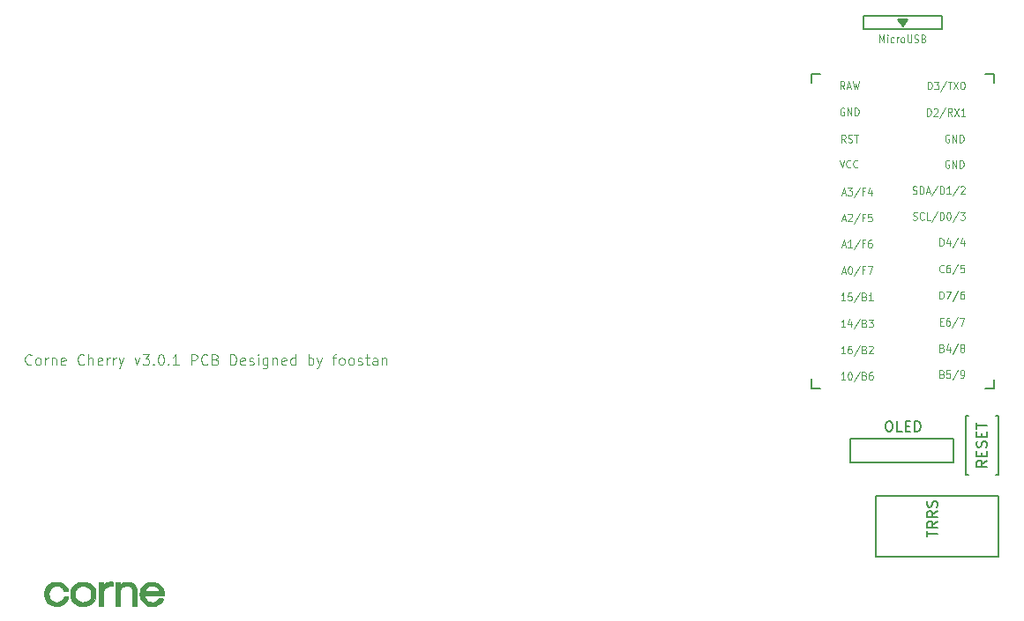
<source format=gto>
G04 #@! TF.GenerationSoftware,KiCad,Pcbnew,(5.1.10)-1*
G04 #@! TF.CreationDate,2021-11-26T09:54:24+07:00*
G04 #@! TF.ProjectId,corne-cherry,636f726e-652d-4636-9865-7272792e6b69,3.0.1*
G04 #@! TF.SameCoordinates,Original*
G04 #@! TF.FileFunction,Legend,Top*
G04 #@! TF.FilePolarity,Positive*
%FSLAX46Y46*%
G04 Gerber Fmt 4.6, Leading zero omitted, Abs format (unit mm)*
G04 Created by KiCad (PCBNEW (5.1.10)-1) date 2021-11-26 09:54:24*
%MOMM*%
%LPD*%
G01*
G04 APERTURE LIST*
%ADD10C,0.125000*%
%ADD11C,0.150000*%
%ADD12C,0.010000*%
%ADD13C,2.600000*%
%ADD14C,4.700000*%
%ADD15C,3.400000*%
%ADD16C,2.300000*%
%ADD17C,4.500000*%
%ADD18C,1.600000*%
G04 APERTURE END LIST*
D10*
X69588273Y-53861142D02*
X69540654Y-53908761D01*
X69397797Y-53956380D01*
X69302559Y-53956380D01*
X69159702Y-53908761D01*
X69064464Y-53813523D01*
X69016845Y-53718285D01*
X68969226Y-53527809D01*
X68969226Y-53384952D01*
X69016845Y-53194476D01*
X69064464Y-53099238D01*
X69159702Y-53004000D01*
X69302559Y-52956380D01*
X69397797Y-52956380D01*
X69540654Y-53004000D01*
X69588273Y-53051619D01*
X70159702Y-53956380D02*
X70064464Y-53908761D01*
X70016845Y-53861142D01*
X69969226Y-53765904D01*
X69969226Y-53480190D01*
X70016845Y-53384952D01*
X70064464Y-53337333D01*
X70159702Y-53289714D01*
X70302559Y-53289714D01*
X70397797Y-53337333D01*
X70445416Y-53384952D01*
X70493035Y-53480190D01*
X70493035Y-53765904D01*
X70445416Y-53861142D01*
X70397797Y-53908761D01*
X70302559Y-53956380D01*
X70159702Y-53956380D01*
X70921607Y-53956380D02*
X70921607Y-53289714D01*
X70921607Y-53480190D02*
X70969226Y-53384952D01*
X71016845Y-53337333D01*
X71112083Y-53289714D01*
X71207321Y-53289714D01*
X71540654Y-53289714D02*
X71540654Y-53956380D01*
X71540654Y-53384952D02*
X71588273Y-53337333D01*
X71683511Y-53289714D01*
X71826369Y-53289714D01*
X71921607Y-53337333D01*
X71969226Y-53432571D01*
X71969226Y-53956380D01*
X72826369Y-53908761D02*
X72731130Y-53956380D01*
X72540654Y-53956380D01*
X72445416Y-53908761D01*
X72397797Y-53813523D01*
X72397797Y-53432571D01*
X72445416Y-53337333D01*
X72540654Y-53289714D01*
X72731130Y-53289714D01*
X72826369Y-53337333D01*
X72873988Y-53432571D01*
X72873988Y-53527809D01*
X72397797Y-53623047D01*
X74635892Y-53861142D02*
X74588273Y-53908761D01*
X74445416Y-53956380D01*
X74350178Y-53956380D01*
X74207321Y-53908761D01*
X74112083Y-53813523D01*
X74064464Y-53718285D01*
X74016845Y-53527809D01*
X74016845Y-53384952D01*
X74064464Y-53194476D01*
X74112083Y-53099238D01*
X74207321Y-53004000D01*
X74350178Y-52956380D01*
X74445416Y-52956380D01*
X74588273Y-53004000D01*
X74635892Y-53051619D01*
X75064464Y-53956380D02*
X75064464Y-52956380D01*
X75493035Y-53956380D02*
X75493035Y-53432571D01*
X75445416Y-53337333D01*
X75350178Y-53289714D01*
X75207321Y-53289714D01*
X75112083Y-53337333D01*
X75064464Y-53384952D01*
X76350178Y-53908761D02*
X76254940Y-53956380D01*
X76064464Y-53956380D01*
X75969226Y-53908761D01*
X75921607Y-53813523D01*
X75921607Y-53432571D01*
X75969226Y-53337333D01*
X76064464Y-53289714D01*
X76254940Y-53289714D01*
X76350178Y-53337333D01*
X76397797Y-53432571D01*
X76397797Y-53527809D01*
X75921607Y-53623047D01*
X76826369Y-53956380D02*
X76826369Y-53289714D01*
X76826369Y-53480190D02*
X76873988Y-53384952D01*
X76921607Y-53337333D01*
X77016845Y-53289714D01*
X77112083Y-53289714D01*
X77445416Y-53956380D02*
X77445416Y-53289714D01*
X77445416Y-53480190D02*
X77493035Y-53384952D01*
X77540654Y-53337333D01*
X77635892Y-53289714D01*
X77731130Y-53289714D01*
X77969226Y-53289714D02*
X78207321Y-53956380D01*
X78445416Y-53289714D02*
X78207321Y-53956380D01*
X78112083Y-54194476D01*
X78064464Y-54242095D01*
X77969226Y-54289714D01*
X79493035Y-53289714D02*
X79731130Y-53956380D01*
X79969226Y-53289714D01*
X80254940Y-52956380D02*
X80873988Y-52956380D01*
X80540654Y-53337333D01*
X80683511Y-53337333D01*
X80778750Y-53384952D01*
X80826369Y-53432571D01*
X80873988Y-53527809D01*
X80873988Y-53765904D01*
X80826369Y-53861142D01*
X80778750Y-53908761D01*
X80683511Y-53956380D01*
X80397797Y-53956380D01*
X80302559Y-53908761D01*
X80254940Y-53861142D01*
X81302559Y-53861142D02*
X81350178Y-53908761D01*
X81302559Y-53956380D01*
X81254940Y-53908761D01*
X81302559Y-53861142D01*
X81302559Y-53956380D01*
X81969226Y-52956380D02*
X82064464Y-52956380D01*
X82159702Y-53004000D01*
X82207321Y-53051619D01*
X82254940Y-53146857D01*
X82302559Y-53337333D01*
X82302559Y-53575428D01*
X82254940Y-53765904D01*
X82207321Y-53861142D01*
X82159702Y-53908761D01*
X82064464Y-53956380D01*
X81969226Y-53956380D01*
X81873988Y-53908761D01*
X81826369Y-53861142D01*
X81778750Y-53765904D01*
X81731130Y-53575428D01*
X81731130Y-53337333D01*
X81778750Y-53146857D01*
X81826369Y-53051619D01*
X81873988Y-53004000D01*
X81969226Y-52956380D01*
X82731130Y-53861142D02*
X82778750Y-53908761D01*
X82731130Y-53956380D01*
X82683511Y-53908761D01*
X82731130Y-53861142D01*
X82731130Y-53956380D01*
X83731130Y-53956380D02*
X83159702Y-53956380D01*
X83445416Y-53956380D02*
X83445416Y-52956380D01*
X83350178Y-53099238D01*
X83254940Y-53194476D01*
X83159702Y-53242095D01*
X84921607Y-53956380D02*
X84921607Y-52956380D01*
X85302559Y-52956380D01*
X85397797Y-53004000D01*
X85445416Y-53051619D01*
X85493035Y-53146857D01*
X85493035Y-53289714D01*
X85445416Y-53384952D01*
X85397797Y-53432571D01*
X85302559Y-53480190D01*
X84921607Y-53480190D01*
X86493035Y-53861142D02*
X86445416Y-53908761D01*
X86302559Y-53956380D01*
X86207321Y-53956380D01*
X86064464Y-53908761D01*
X85969226Y-53813523D01*
X85921607Y-53718285D01*
X85873988Y-53527809D01*
X85873988Y-53384952D01*
X85921607Y-53194476D01*
X85969226Y-53099238D01*
X86064464Y-53004000D01*
X86207321Y-52956380D01*
X86302559Y-52956380D01*
X86445416Y-53004000D01*
X86493035Y-53051619D01*
X87254940Y-53432571D02*
X87397797Y-53480190D01*
X87445416Y-53527809D01*
X87493035Y-53623047D01*
X87493035Y-53765904D01*
X87445416Y-53861142D01*
X87397797Y-53908761D01*
X87302559Y-53956380D01*
X86921607Y-53956380D01*
X86921607Y-52956380D01*
X87254940Y-52956380D01*
X87350178Y-53004000D01*
X87397797Y-53051619D01*
X87445416Y-53146857D01*
X87445416Y-53242095D01*
X87397797Y-53337333D01*
X87350178Y-53384952D01*
X87254940Y-53432571D01*
X86921607Y-53432571D01*
X88683511Y-53956380D02*
X88683511Y-52956380D01*
X88921607Y-52956380D01*
X89064464Y-53004000D01*
X89159702Y-53099238D01*
X89207321Y-53194476D01*
X89254940Y-53384952D01*
X89254940Y-53527809D01*
X89207321Y-53718285D01*
X89159702Y-53813523D01*
X89064464Y-53908761D01*
X88921607Y-53956380D01*
X88683511Y-53956380D01*
X90064464Y-53908761D02*
X89969226Y-53956380D01*
X89778750Y-53956380D01*
X89683511Y-53908761D01*
X89635892Y-53813523D01*
X89635892Y-53432571D01*
X89683511Y-53337333D01*
X89778750Y-53289714D01*
X89969226Y-53289714D01*
X90064464Y-53337333D01*
X90112083Y-53432571D01*
X90112083Y-53527809D01*
X89635892Y-53623047D01*
X90493035Y-53908761D02*
X90588273Y-53956380D01*
X90778750Y-53956380D01*
X90873988Y-53908761D01*
X90921607Y-53813523D01*
X90921607Y-53765904D01*
X90873988Y-53670666D01*
X90778750Y-53623047D01*
X90635892Y-53623047D01*
X90540654Y-53575428D01*
X90493035Y-53480190D01*
X90493035Y-53432571D01*
X90540654Y-53337333D01*
X90635892Y-53289714D01*
X90778750Y-53289714D01*
X90873988Y-53337333D01*
X91350178Y-53956380D02*
X91350178Y-53289714D01*
X91350178Y-52956380D02*
X91302559Y-53004000D01*
X91350178Y-53051619D01*
X91397797Y-53004000D01*
X91350178Y-52956380D01*
X91350178Y-53051619D01*
X92254940Y-53289714D02*
X92254940Y-54099238D01*
X92207321Y-54194476D01*
X92159702Y-54242095D01*
X92064464Y-54289714D01*
X91921607Y-54289714D01*
X91826369Y-54242095D01*
X92254940Y-53908761D02*
X92159702Y-53956380D01*
X91969226Y-53956380D01*
X91873988Y-53908761D01*
X91826369Y-53861142D01*
X91778750Y-53765904D01*
X91778750Y-53480190D01*
X91826369Y-53384952D01*
X91873988Y-53337333D01*
X91969226Y-53289714D01*
X92159702Y-53289714D01*
X92254940Y-53337333D01*
X92731130Y-53289714D02*
X92731130Y-53956380D01*
X92731130Y-53384952D02*
X92778750Y-53337333D01*
X92873988Y-53289714D01*
X93016845Y-53289714D01*
X93112083Y-53337333D01*
X93159702Y-53432571D01*
X93159702Y-53956380D01*
X94016845Y-53908761D02*
X93921607Y-53956380D01*
X93731130Y-53956380D01*
X93635892Y-53908761D01*
X93588273Y-53813523D01*
X93588273Y-53432571D01*
X93635892Y-53337333D01*
X93731130Y-53289714D01*
X93921607Y-53289714D01*
X94016845Y-53337333D01*
X94064464Y-53432571D01*
X94064464Y-53527809D01*
X93588273Y-53623047D01*
X94921607Y-53956380D02*
X94921607Y-52956380D01*
X94921607Y-53908761D02*
X94826369Y-53956380D01*
X94635892Y-53956380D01*
X94540654Y-53908761D01*
X94493035Y-53861142D01*
X94445416Y-53765904D01*
X94445416Y-53480190D01*
X94493035Y-53384952D01*
X94540654Y-53337333D01*
X94635892Y-53289714D01*
X94826369Y-53289714D01*
X94921607Y-53337333D01*
X96159702Y-53956380D02*
X96159702Y-52956380D01*
X96159702Y-53337333D02*
X96254940Y-53289714D01*
X96445416Y-53289714D01*
X96540654Y-53337333D01*
X96588273Y-53384952D01*
X96635892Y-53480190D01*
X96635892Y-53765904D01*
X96588273Y-53861142D01*
X96540654Y-53908761D01*
X96445416Y-53956380D01*
X96254940Y-53956380D01*
X96159702Y-53908761D01*
X96969226Y-53289714D02*
X97207321Y-53956380D01*
X97445416Y-53289714D02*
X97207321Y-53956380D01*
X97112083Y-54194476D01*
X97064464Y-54242095D01*
X96969226Y-54289714D01*
X98445416Y-53289714D02*
X98826369Y-53289714D01*
X98588273Y-53956380D02*
X98588273Y-53099238D01*
X98635892Y-53004000D01*
X98731130Y-52956380D01*
X98826369Y-52956380D01*
X99302559Y-53956380D02*
X99207321Y-53908761D01*
X99159702Y-53861142D01*
X99112083Y-53765904D01*
X99112083Y-53480190D01*
X99159702Y-53384952D01*
X99207321Y-53337333D01*
X99302559Y-53289714D01*
X99445416Y-53289714D01*
X99540654Y-53337333D01*
X99588273Y-53384952D01*
X99635892Y-53480190D01*
X99635892Y-53765904D01*
X99588273Y-53861142D01*
X99540654Y-53908761D01*
X99445416Y-53956380D01*
X99302559Y-53956380D01*
X100207321Y-53956380D02*
X100112083Y-53908761D01*
X100064464Y-53861142D01*
X100016845Y-53765904D01*
X100016845Y-53480190D01*
X100064464Y-53384952D01*
X100112083Y-53337333D01*
X100207321Y-53289714D01*
X100350178Y-53289714D01*
X100445416Y-53337333D01*
X100493035Y-53384952D01*
X100540654Y-53480190D01*
X100540654Y-53765904D01*
X100493035Y-53861142D01*
X100445416Y-53908761D01*
X100350178Y-53956380D01*
X100207321Y-53956380D01*
X100921607Y-53908761D02*
X101016845Y-53956380D01*
X101207321Y-53956380D01*
X101302559Y-53908761D01*
X101350178Y-53813523D01*
X101350178Y-53765904D01*
X101302559Y-53670666D01*
X101207321Y-53623047D01*
X101064464Y-53623047D01*
X100969226Y-53575428D01*
X100921607Y-53480190D01*
X100921607Y-53432571D01*
X100969226Y-53337333D01*
X101064464Y-53289714D01*
X101207321Y-53289714D01*
X101302559Y-53337333D01*
X101635892Y-53289714D02*
X102016845Y-53289714D01*
X101778749Y-52956380D02*
X101778749Y-53813523D01*
X101826369Y-53908761D01*
X101921607Y-53956380D01*
X102016845Y-53956380D01*
X102778749Y-53956380D02*
X102778749Y-53432571D01*
X102731130Y-53337333D01*
X102635892Y-53289714D01*
X102445416Y-53289714D01*
X102350178Y-53337333D01*
X102778749Y-53908761D02*
X102683511Y-53956380D01*
X102445416Y-53956380D01*
X102350178Y-53908761D01*
X102302559Y-53813523D01*
X102302559Y-53718285D01*
X102350178Y-53623047D01*
X102445416Y-53575428D01*
X102683511Y-53575428D01*
X102778749Y-53527809D01*
X103254940Y-53289714D02*
X103254940Y-53956380D01*
X103254940Y-53384952D02*
X103302559Y-53337333D01*
X103397797Y-53289714D01*
X103540654Y-53289714D01*
X103635892Y-53337333D01*
X103683511Y-53432571D01*
X103683511Y-53956380D01*
D11*
X153077500Y-21194000D02*
X153377500Y-21194000D01*
X152977500Y-21044000D02*
X153477500Y-21044000D01*
X152877500Y-20894000D02*
X153577500Y-20894000D01*
X153227500Y-21394000D02*
X152727500Y-20744000D01*
X153727500Y-20744000D02*
X153227500Y-21394000D01*
X152727500Y-20744000D02*
X153727500Y-20744000D01*
X156977500Y-20394000D02*
X149477500Y-20394000D01*
X156977500Y-21694000D02*
X156977500Y-20394000D01*
X149477500Y-21694000D02*
X156977500Y-21694000D01*
X149477500Y-20394000D02*
X149477500Y-21694000D01*
X144477500Y-25994000D02*
X144477500Y-26844000D01*
X161977500Y-25994000D02*
X161977500Y-26844000D01*
X144477500Y-25994000D02*
X145327500Y-25994000D01*
X161977500Y-25994000D02*
X161177500Y-25994000D01*
X144477500Y-55294000D02*
X144477500Y-56194000D01*
X161977500Y-55344000D02*
X161977500Y-56194000D01*
X144477500Y-56194000D02*
X145327500Y-56194000D01*
X161977500Y-56194000D02*
X161117500Y-56194000D01*
X159239500Y-58855000D02*
X159239500Y-64555000D01*
X159239500Y-64555000D02*
X159489500Y-64555000D01*
X159239500Y-58855000D02*
X159489500Y-58855000D01*
X162439500Y-58855000D02*
X162189500Y-58855000D01*
X162439500Y-58855000D02*
X162439500Y-64555000D01*
X162439500Y-64555000D02*
X162189500Y-64555000D01*
X148213500Y-63352000D02*
X158113500Y-63352000D01*
X148213500Y-61052000D02*
X158113500Y-61052000D01*
X158113500Y-61052000D02*
X158113500Y-63352000D01*
X148213500Y-63352000D02*
X148213500Y-61052000D01*
X162399500Y-66566000D02*
X162399500Y-72366000D01*
X162399500Y-72366000D02*
X150649500Y-72366000D01*
X150649500Y-72366000D02*
X150649500Y-66566000D01*
X150649500Y-66566000D02*
X162399500Y-66566000D01*
D12*
G36*
X72242049Y-74839988D02*
G01*
X72356748Y-74866102D01*
X72577850Y-74956639D01*
X72769293Y-75083036D01*
X72926222Y-75240988D01*
X73043782Y-75426188D01*
X73078437Y-75506254D01*
X73112464Y-75599731D01*
X73124083Y-75658761D01*
X73106798Y-75691261D01*
X73054112Y-75705149D01*
X72959529Y-75708343D01*
X72912569Y-75708400D01*
X72698639Y-75708399D01*
X72667733Y-75614754D01*
X72601143Y-75488894D01*
X72494638Y-75377503D01*
X72358463Y-75287012D01*
X72202864Y-75223854D01*
X72038085Y-75194461D01*
X71996199Y-75193142D01*
X71813869Y-75215910D01*
X71643565Y-75280221D01*
X71494016Y-75380089D01*
X71373953Y-75509526D01*
X71292105Y-75662547D01*
X71285907Y-75680267D01*
X71252356Y-75838924D01*
X71246573Y-76014402D01*
X71267259Y-76188327D01*
X71313113Y-76342322D01*
X71336175Y-76390531D01*
X71441904Y-76541138D01*
X71576779Y-76653303D01*
X71724102Y-76724915D01*
X71902789Y-76767926D01*
X72082259Y-76767773D01*
X72254072Y-76727785D01*
X72409790Y-76651291D01*
X72540974Y-76541622D01*
X72639184Y-76402106D01*
X72660767Y-76355389D01*
X72707400Y-76241990D01*
X72916950Y-76241895D01*
X73019668Y-76242561D01*
X73081784Y-76246620D01*
X73113495Y-76256992D01*
X73124997Y-76276594D01*
X73126500Y-76301887D01*
X73110975Y-76376902D01*
X73069424Y-76476781D01*
X73009378Y-76588252D01*
X72938369Y-76698041D01*
X72863929Y-76792876D01*
X72825038Y-76833119D01*
X72645264Y-76968131D01*
X72436407Y-77068811D01*
X72209560Y-77131913D01*
X71975818Y-77154194D01*
X71780300Y-77138664D01*
X71587087Y-77087943D01*
X71399451Y-77004877D01*
X71229760Y-76896860D01*
X71090383Y-76771289D01*
X71023489Y-76686165D01*
X70942160Y-76551841D01*
X70886270Y-76426887D01*
X70851691Y-76296138D01*
X70834293Y-76144430D01*
X70829914Y-75975100D01*
X70831419Y-75834194D01*
X70837121Y-75730188D01*
X70848798Y-75649236D01*
X70868230Y-75577494D01*
X70887851Y-75524197D01*
X70993497Y-75324543D01*
X71139762Y-75148026D01*
X71318876Y-75002316D01*
X71523069Y-74895085D01*
X71526300Y-74893802D01*
X71682283Y-74849914D01*
X71866255Y-74825892D01*
X72059187Y-74822372D01*
X72242049Y-74839988D01*
G37*
X72242049Y-74839988D02*
X72356748Y-74866102D01*
X72577850Y-74956639D01*
X72769293Y-75083036D01*
X72926222Y-75240988D01*
X73043782Y-75426188D01*
X73078437Y-75506254D01*
X73112464Y-75599731D01*
X73124083Y-75658761D01*
X73106798Y-75691261D01*
X73054112Y-75705149D01*
X72959529Y-75708343D01*
X72912569Y-75708400D01*
X72698639Y-75708399D01*
X72667733Y-75614754D01*
X72601143Y-75488894D01*
X72494638Y-75377503D01*
X72358463Y-75287012D01*
X72202864Y-75223854D01*
X72038085Y-75194461D01*
X71996199Y-75193142D01*
X71813869Y-75215910D01*
X71643565Y-75280221D01*
X71494016Y-75380089D01*
X71373953Y-75509526D01*
X71292105Y-75662547D01*
X71285907Y-75680267D01*
X71252356Y-75838924D01*
X71246573Y-76014402D01*
X71267259Y-76188327D01*
X71313113Y-76342322D01*
X71336175Y-76390531D01*
X71441904Y-76541138D01*
X71576779Y-76653303D01*
X71724102Y-76724915D01*
X71902789Y-76767926D01*
X72082259Y-76767773D01*
X72254072Y-76727785D01*
X72409790Y-76651291D01*
X72540974Y-76541622D01*
X72639184Y-76402106D01*
X72660767Y-76355389D01*
X72707400Y-76241990D01*
X72916950Y-76241895D01*
X73019668Y-76242561D01*
X73081784Y-76246620D01*
X73113495Y-76256992D01*
X73124997Y-76276594D01*
X73126500Y-76301887D01*
X73110975Y-76376902D01*
X73069424Y-76476781D01*
X73009378Y-76588252D01*
X72938369Y-76698041D01*
X72863929Y-76792876D01*
X72825038Y-76833119D01*
X72645264Y-76968131D01*
X72436407Y-77068811D01*
X72209560Y-77131913D01*
X71975818Y-77154194D01*
X71780300Y-77138664D01*
X71587087Y-77087943D01*
X71399451Y-77004877D01*
X71229760Y-76896860D01*
X71090383Y-76771289D01*
X71023489Y-76686165D01*
X70942160Y-76551841D01*
X70886270Y-76426887D01*
X70851691Y-76296138D01*
X70834293Y-76144430D01*
X70829914Y-75975100D01*
X70831419Y-75834194D01*
X70837121Y-75730188D01*
X70848798Y-75649236D01*
X70868230Y-75577494D01*
X70887851Y-75524197D01*
X70993497Y-75324543D01*
X71139762Y-75148026D01*
X71318876Y-75002316D01*
X71523069Y-74895085D01*
X71526300Y-74893802D01*
X71682283Y-74849914D01*
X71866255Y-74825892D01*
X72059187Y-74822372D01*
X72242049Y-74839988D01*
G36*
X74624986Y-74825840D02*
G01*
X74878440Y-74861111D01*
X75106525Y-74937807D01*
X75306175Y-75053865D01*
X75474325Y-75207222D01*
X75607908Y-75395816D01*
X75672456Y-75530600D01*
X75704018Y-75644705D01*
X75724285Y-75792371D01*
X75733030Y-75957580D01*
X75730025Y-76124313D01*
X75715043Y-76276551D01*
X75687856Y-76398275D01*
X75684905Y-76406900D01*
X75588519Y-76604172D01*
X75449275Y-76780574D01*
X75272679Y-76930769D01*
X75064241Y-77049421D01*
X74989340Y-77080770D01*
X74857321Y-77117019D01*
X74694335Y-77140467D01*
X74518781Y-77150287D01*
X74349060Y-77145650D01*
X74203574Y-77125729D01*
X74170753Y-77117599D01*
X73956853Y-77035401D01*
X73762121Y-76917093D01*
X73595155Y-76769635D01*
X73464556Y-76599986D01*
X73413682Y-76504895D01*
X73375337Y-76402102D01*
X73341151Y-76277876D01*
X73321099Y-76174628D01*
X73313748Y-76033224D01*
X73738074Y-76033224D01*
X73752409Y-76180866D01*
X73772541Y-76262207D01*
X73825794Y-76374941D01*
X73906195Y-76490333D01*
X74000178Y-76591702D01*
X74094174Y-76662365D01*
X74100958Y-76666020D01*
X74297698Y-76742118D01*
X74502689Y-76772463D01*
X74706104Y-76756243D01*
X74818664Y-76725468D01*
X74995944Y-76638347D01*
X75140410Y-76514677D01*
X75247587Y-76358341D01*
X75252020Y-76349466D01*
X75305010Y-76193401D01*
X75326993Y-76016298D01*
X75317639Y-75837017D01*
X75276621Y-75674421D01*
X75264289Y-75644900D01*
X75166958Y-75485906D01*
X75039261Y-75361092D01*
X74888564Y-75270623D01*
X74722236Y-75214666D01*
X74547642Y-75193386D01*
X74372149Y-75206949D01*
X74203124Y-75255522D01*
X74047934Y-75339270D01*
X73913945Y-75458360D01*
X73808965Y-75612101D01*
X73767419Y-75729807D01*
X73743433Y-75876526D01*
X73738074Y-76033224D01*
X73313748Y-76033224D01*
X73308238Y-75927236D01*
X73340650Y-75692693D01*
X73415850Y-75476052D01*
X73531357Y-75282365D01*
X73684687Y-75116687D01*
X73873360Y-74984069D01*
X73917419Y-74960803D01*
X74091705Y-74886053D01*
X74263030Y-74841281D01*
X74448905Y-74823147D01*
X74624986Y-74825840D01*
G37*
X74624986Y-74825840D02*
X74878440Y-74861111D01*
X75106525Y-74937807D01*
X75306175Y-75053865D01*
X75474325Y-75207222D01*
X75607908Y-75395816D01*
X75672456Y-75530600D01*
X75704018Y-75644705D01*
X75724285Y-75792371D01*
X75733030Y-75957580D01*
X75730025Y-76124313D01*
X75715043Y-76276551D01*
X75687856Y-76398275D01*
X75684905Y-76406900D01*
X75588519Y-76604172D01*
X75449275Y-76780574D01*
X75272679Y-76930769D01*
X75064241Y-77049421D01*
X74989340Y-77080770D01*
X74857321Y-77117019D01*
X74694335Y-77140467D01*
X74518781Y-77150287D01*
X74349060Y-77145650D01*
X74203574Y-77125729D01*
X74170753Y-77117599D01*
X73956853Y-77035401D01*
X73762121Y-76917093D01*
X73595155Y-76769635D01*
X73464556Y-76599986D01*
X73413682Y-76504895D01*
X73375337Y-76402102D01*
X73341151Y-76277876D01*
X73321099Y-76174628D01*
X73313748Y-76033224D01*
X73738074Y-76033224D01*
X73752409Y-76180866D01*
X73772541Y-76262207D01*
X73825794Y-76374941D01*
X73906195Y-76490333D01*
X74000178Y-76591702D01*
X74094174Y-76662365D01*
X74100958Y-76666020D01*
X74297698Y-76742118D01*
X74502689Y-76772463D01*
X74706104Y-76756243D01*
X74818664Y-76725468D01*
X74995944Y-76638347D01*
X75140410Y-76514677D01*
X75247587Y-76358341D01*
X75252020Y-76349466D01*
X75305010Y-76193401D01*
X75326993Y-76016298D01*
X75317639Y-75837017D01*
X75276621Y-75674421D01*
X75264289Y-75644900D01*
X75166958Y-75485906D01*
X75039261Y-75361092D01*
X74888564Y-75270623D01*
X74722236Y-75214666D01*
X74547642Y-75193386D01*
X74372149Y-75206949D01*
X74203124Y-75255522D01*
X74047934Y-75339270D01*
X73913945Y-75458360D01*
X73808965Y-75612101D01*
X73767419Y-75729807D01*
X73743433Y-75876526D01*
X73738074Y-76033224D01*
X73313748Y-76033224D01*
X73308238Y-75927236D01*
X73340650Y-75692693D01*
X73415850Y-75476052D01*
X73531357Y-75282365D01*
X73684687Y-75116687D01*
X73873360Y-74984069D01*
X73917419Y-74960803D01*
X74091705Y-74886053D01*
X74263030Y-74841281D01*
X74448905Y-74823147D01*
X74624986Y-74825840D01*
G36*
X81416530Y-74842406D02*
G01*
X81638894Y-74908705D01*
X81837133Y-75014213D01*
X82007079Y-75154847D01*
X82144559Y-75326524D01*
X82245404Y-75525162D01*
X82305443Y-75746678D01*
X82321300Y-75942336D01*
X82321300Y-76089400D01*
X80416300Y-76089400D01*
X80416300Y-76162498D01*
X80439217Y-76285649D01*
X80502655Y-76413172D01*
X80598643Y-76534298D01*
X80719211Y-76638256D01*
X80808388Y-76692239D01*
X80944242Y-76743647D01*
X81104904Y-76768683D01*
X81117872Y-76769596D01*
X81300129Y-76767127D01*
X81453803Y-76730329D01*
X81591495Y-76654614D01*
X81706193Y-76555419D01*
X81842013Y-76419600D01*
X82045268Y-76419600D01*
X82145811Y-76420246D01*
X82205033Y-76424122D01*
X82232410Y-76434133D01*
X82237419Y-76453182D01*
X82231730Y-76476750D01*
X82193417Y-76562398D01*
X82128499Y-76665086D01*
X82048774Y-76768606D01*
X81966044Y-76856746D01*
X81935857Y-76883173D01*
X81736990Y-77012773D01*
X81514302Y-77102237D01*
X81277596Y-77149509D01*
X81036673Y-77152535D01*
X80825357Y-77116004D01*
X80604245Y-77031879D01*
X80409425Y-76908023D01*
X80245825Y-76749554D01*
X80118374Y-76561590D01*
X80032001Y-76349249D01*
X80012844Y-76272299D01*
X79982308Y-76022242D01*
X79996041Y-75782661D01*
X80008222Y-75733800D01*
X80417557Y-75733800D01*
X81140828Y-75733800D01*
X81353414Y-75733528D01*
X81520499Y-75732521D01*
X81647379Y-75730494D01*
X81739351Y-75727158D01*
X81801712Y-75722229D01*
X81839759Y-75715420D01*
X81858788Y-75706444D01*
X81864097Y-75695014D01*
X81864100Y-75694688D01*
X81843723Y-75612758D01*
X81789025Y-75517173D01*
X81709652Y-75419722D01*
X81615248Y-75332195D01*
X81515461Y-75266383D01*
X81512403Y-75264826D01*
X81373347Y-75217277D01*
X81209233Y-75196014D01*
X81038428Y-75200960D01*
X80879298Y-75232039D01*
X80787560Y-75267844D01*
X80641026Y-75369486D01*
X80522149Y-75510797D01*
X80441765Y-75670127D01*
X80417557Y-75733800D01*
X80008222Y-75733800D01*
X80051867Y-75558735D01*
X80147606Y-75355643D01*
X80281079Y-75178563D01*
X80450108Y-75032672D01*
X80562999Y-74964689D01*
X80757603Y-74880746D01*
X80954926Y-74833901D01*
X81174213Y-74819400D01*
X81416530Y-74842406D01*
G37*
X81416530Y-74842406D02*
X81638894Y-74908705D01*
X81837133Y-75014213D01*
X82007079Y-75154847D01*
X82144559Y-75326524D01*
X82245404Y-75525162D01*
X82305443Y-75746678D01*
X82321300Y-75942336D01*
X82321300Y-76089400D01*
X80416300Y-76089400D01*
X80416300Y-76162498D01*
X80439217Y-76285649D01*
X80502655Y-76413172D01*
X80598643Y-76534298D01*
X80719211Y-76638256D01*
X80808388Y-76692239D01*
X80944242Y-76743647D01*
X81104904Y-76768683D01*
X81117872Y-76769596D01*
X81300129Y-76767127D01*
X81453803Y-76730329D01*
X81591495Y-76654614D01*
X81706193Y-76555419D01*
X81842013Y-76419600D01*
X82045268Y-76419600D01*
X82145811Y-76420246D01*
X82205033Y-76424122D01*
X82232410Y-76434133D01*
X82237419Y-76453182D01*
X82231730Y-76476750D01*
X82193417Y-76562398D01*
X82128499Y-76665086D01*
X82048774Y-76768606D01*
X81966044Y-76856746D01*
X81935857Y-76883173D01*
X81736990Y-77012773D01*
X81514302Y-77102237D01*
X81277596Y-77149509D01*
X81036673Y-77152535D01*
X80825357Y-77116004D01*
X80604245Y-77031879D01*
X80409425Y-76908023D01*
X80245825Y-76749554D01*
X80118374Y-76561590D01*
X80032001Y-76349249D01*
X80012844Y-76272299D01*
X79982308Y-76022242D01*
X79996041Y-75782661D01*
X80008222Y-75733800D01*
X80417557Y-75733800D01*
X81140828Y-75733800D01*
X81353414Y-75733528D01*
X81520499Y-75732521D01*
X81647379Y-75730494D01*
X81739351Y-75727158D01*
X81801712Y-75722229D01*
X81839759Y-75715420D01*
X81858788Y-75706444D01*
X81864097Y-75695014D01*
X81864100Y-75694688D01*
X81843723Y-75612758D01*
X81789025Y-75517173D01*
X81709652Y-75419722D01*
X81615248Y-75332195D01*
X81515461Y-75266383D01*
X81512403Y-75264826D01*
X81373347Y-75217277D01*
X81209233Y-75196014D01*
X81038428Y-75200960D01*
X80879298Y-75232039D01*
X80787560Y-75267844D01*
X80641026Y-75369486D01*
X80522149Y-75510797D01*
X80441765Y-75670127D01*
X80417557Y-75733800D01*
X80008222Y-75733800D01*
X80051867Y-75558735D01*
X80147606Y-75355643D01*
X80281079Y-75178563D01*
X80450108Y-75032672D01*
X80562999Y-74964689D01*
X80757603Y-74880746D01*
X80954926Y-74833901D01*
X81174213Y-74819400D01*
X81416530Y-74842406D01*
G36*
X77222237Y-74809436D02*
G01*
X77368300Y-74825961D01*
X77368300Y-75196729D01*
X77234950Y-75183068D01*
X77050851Y-75188139D01*
X76881452Y-75239922D01*
X76732881Y-75335056D01*
X76611266Y-75470179D01*
X76562389Y-75551869D01*
X76479300Y-75712838D01*
X76479300Y-77105400D01*
X76047500Y-77105400D01*
X76047500Y-74842745D01*
X76257050Y-74850122D01*
X76466600Y-74857500D01*
X76492000Y-75079358D01*
X76542769Y-75022946D01*
X76660946Y-74926357D01*
X76812798Y-74855267D01*
X76986042Y-74813536D01*
X77168390Y-74805025D01*
X77222237Y-74809436D01*
G37*
X77222237Y-74809436D02*
X77368300Y-74825961D01*
X77368300Y-75196729D01*
X77234950Y-75183068D01*
X77050851Y-75188139D01*
X76881452Y-75239922D01*
X76732881Y-75335056D01*
X76611266Y-75470179D01*
X76562389Y-75551869D01*
X76479300Y-75712838D01*
X76479300Y-77105400D01*
X76047500Y-77105400D01*
X76047500Y-74842745D01*
X76257050Y-74850122D01*
X76466600Y-74857500D01*
X76492000Y-75079358D01*
X76542769Y-75022946D01*
X76660946Y-74926357D01*
X76812798Y-74855267D01*
X76986042Y-74813536D01*
X77168390Y-74805025D01*
X77222237Y-74809436D01*
G36*
X78884491Y-74832791D02*
G01*
X78978575Y-74836451D01*
X79048990Y-74845455D01*
X79109301Y-74862181D01*
X79173070Y-74889005D01*
X79227251Y-74915171D01*
X79398298Y-75023513D01*
X79531548Y-75162673D01*
X79628879Y-75335378D01*
X79692168Y-75544354D01*
X79703575Y-75606800D01*
X79710864Y-75677770D01*
X79717403Y-75790525D01*
X79722903Y-75936049D01*
X79727074Y-76105330D01*
X79729627Y-76289353D01*
X79730308Y-76438650D01*
X79730500Y-77105400D01*
X79298700Y-77105400D01*
X79298700Y-76386110D01*
X79298093Y-76157457D01*
X79296100Y-75973758D01*
X79292463Y-75829177D01*
X79286922Y-75717882D01*
X79279219Y-75634037D01*
X79269095Y-75571809D01*
X79261197Y-75540534D01*
X79196437Y-75402307D01*
X79095530Y-75299106D01*
X78960103Y-75231984D01*
X78791780Y-75201999D01*
X78737312Y-75200400D01*
X78574841Y-75210817D01*
X78444862Y-75245694D01*
X78332764Y-75310472D01*
X78252860Y-75380726D01*
X78198673Y-75437731D01*
X78155291Y-75493501D01*
X78121523Y-75554365D01*
X78096179Y-75626652D01*
X78078067Y-75716689D01*
X78065996Y-75830805D01*
X78058777Y-75975327D01*
X78055217Y-76156585D01*
X78054126Y-76380907D01*
X78054100Y-76436910D01*
X78054100Y-77105400D01*
X77622300Y-77105400D01*
X77622300Y-74844800D01*
X78054100Y-74844800D01*
X78054100Y-75102707D01*
X78136364Y-75020442D01*
X78222752Y-74944836D01*
X78313455Y-74891569D01*
X78419478Y-74857282D01*
X78551824Y-74838616D01*
X78721495Y-74832211D01*
X78753174Y-74832100D01*
X78884491Y-74832791D01*
G37*
X78884491Y-74832791D02*
X78978575Y-74836451D01*
X79048990Y-74845455D01*
X79109301Y-74862181D01*
X79173070Y-74889005D01*
X79227251Y-74915171D01*
X79398298Y-75023513D01*
X79531548Y-75162673D01*
X79628879Y-75335378D01*
X79692168Y-75544354D01*
X79703575Y-75606800D01*
X79710864Y-75677770D01*
X79717403Y-75790525D01*
X79722903Y-75936049D01*
X79727074Y-76105330D01*
X79729627Y-76289353D01*
X79730308Y-76438650D01*
X79730500Y-77105400D01*
X79298700Y-77105400D01*
X79298700Y-76386110D01*
X79298093Y-76157457D01*
X79296100Y-75973758D01*
X79292463Y-75829177D01*
X79286922Y-75717882D01*
X79279219Y-75634037D01*
X79269095Y-75571809D01*
X79261197Y-75540534D01*
X79196437Y-75402307D01*
X79095530Y-75299106D01*
X78960103Y-75231984D01*
X78791780Y-75201999D01*
X78737312Y-75200400D01*
X78574841Y-75210817D01*
X78444862Y-75245694D01*
X78332764Y-75310472D01*
X78252860Y-75380726D01*
X78198673Y-75437731D01*
X78155291Y-75493501D01*
X78121523Y-75554365D01*
X78096179Y-75626652D01*
X78078067Y-75716689D01*
X78065996Y-75830805D01*
X78058777Y-75975327D01*
X78055217Y-76156585D01*
X78054126Y-76380907D01*
X78054100Y-76436910D01*
X78054100Y-77105400D01*
X77622300Y-77105400D01*
X77622300Y-74844800D01*
X78054100Y-74844800D01*
X78054100Y-75102707D01*
X78136364Y-75020442D01*
X78222752Y-74944836D01*
X78313455Y-74891569D01*
X78419478Y-74857282D01*
X78551824Y-74838616D01*
X78721495Y-74832211D01*
X78753174Y-74832100D01*
X78884491Y-74832791D01*
D10*
X147629380Y-27455285D02*
X147406047Y-27098142D01*
X147246523Y-27455285D02*
X147246523Y-26705285D01*
X147501761Y-26705285D01*
X147565571Y-26741000D01*
X147597476Y-26776714D01*
X147629380Y-26848142D01*
X147629380Y-26955285D01*
X147597476Y-27026714D01*
X147565571Y-27062428D01*
X147501761Y-27098142D01*
X147246523Y-27098142D01*
X147884619Y-27241000D02*
X148203666Y-27241000D01*
X147820809Y-27455285D02*
X148044142Y-26705285D01*
X148267476Y-27455285D01*
X148427000Y-26705285D02*
X148586523Y-27455285D01*
X148714142Y-26919571D01*
X148841761Y-27455285D01*
X149001285Y-26705285D01*
X157672023Y-34319000D02*
X157608214Y-34283285D01*
X157512500Y-34283285D01*
X157416785Y-34319000D01*
X157352976Y-34390428D01*
X157321071Y-34461857D01*
X157289166Y-34604714D01*
X157289166Y-34711857D01*
X157321071Y-34854714D01*
X157352976Y-34926142D01*
X157416785Y-34997571D01*
X157512500Y-35033285D01*
X157576309Y-35033285D01*
X157672023Y-34997571D01*
X157703928Y-34961857D01*
X157703928Y-34711857D01*
X157576309Y-34711857D01*
X157991071Y-35033285D02*
X157991071Y-34283285D01*
X158373928Y-35033285D01*
X158373928Y-34283285D01*
X158692976Y-35033285D02*
X158692976Y-34283285D01*
X158852500Y-34283285D01*
X158948214Y-34319000D01*
X159012023Y-34390428D01*
X159043928Y-34461857D01*
X159075833Y-34604714D01*
X159075833Y-34711857D01*
X159043928Y-34854714D01*
X159012023Y-34926142D01*
X158948214Y-34997571D01*
X158852500Y-35033285D01*
X158692976Y-35033285D01*
X147725095Y-32598785D02*
X147501761Y-32241642D01*
X147342238Y-32598785D02*
X147342238Y-31848785D01*
X147597476Y-31848785D01*
X147661285Y-31884500D01*
X147693190Y-31920214D01*
X147725095Y-31991642D01*
X147725095Y-32098785D01*
X147693190Y-32170214D01*
X147661285Y-32205928D01*
X147597476Y-32241642D01*
X147342238Y-32241642D01*
X147980333Y-32563071D02*
X148076047Y-32598785D01*
X148235571Y-32598785D01*
X148299380Y-32563071D01*
X148331285Y-32527357D01*
X148363190Y-32455928D01*
X148363190Y-32384500D01*
X148331285Y-32313071D01*
X148299380Y-32277357D01*
X148235571Y-32241642D01*
X148107952Y-32205928D01*
X148044142Y-32170214D01*
X148012238Y-32134500D01*
X147980333Y-32063071D01*
X147980333Y-31991642D01*
X148012238Y-31920214D01*
X148044142Y-31884500D01*
X148107952Y-31848785D01*
X148267476Y-31848785D01*
X148363190Y-31884500D01*
X148554619Y-31848785D02*
X148937476Y-31848785D01*
X148746047Y-32598785D02*
X148746047Y-31848785D01*
X147159166Y-34268285D02*
X147382500Y-35018285D01*
X147605833Y-34268285D01*
X148212023Y-34946857D02*
X148180119Y-34982571D01*
X148084404Y-35018285D01*
X148020595Y-35018285D01*
X147924880Y-34982571D01*
X147861071Y-34911142D01*
X147829166Y-34839714D01*
X147797261Y-34696857D01*
X147797261Y-34589714D01*
X147829166Y-34446857D01*
X147861071Y-34375428D01*
X147924880Y-34304000D01*
X148020595Y-34268285D01*
X148084404Y-34268285D01*
X148180119Y-34304000D01*
X148212023Y-34339714D01*
X148882023Y-34946857D02*
X148850119Y-34982571D01*
X148754404Y-35018285D01*
X148690595Y-35018285D01*
X148594880Y-34982571D01*
X148531071Y-34911142D01*
X148499166Y-34839714D01*
X148467261Y-34696857D01*
X148467261Y-34589714D01*
X148499166Y-34446857D01*
X148531071Y-34375428D01*
X148594880Y-34304000D01*
X148690595Y-34268285D01*
X148754404Y-34268285D01*
X148850119Y-34304000D01*
X148882023Y-34339714D01*
X147396785Y-37469000D02*
X147715833Y-37469000D01*
X147332976Y-37683285D02*
X147556309Y-36933285D01*
X147779642Y-37683285D01*
X147939166Y-36933285D02*
X148353928Y-36933285D01*
X148130595Y-37219000D01*
X148226309Y-37219000D01*
X148290119Y-37254714D01*
X148322023Y-37290428D01*
X148353928Y-37361857D01*
X148353928Y-37540428D01*
X148322023Y-37611857D01*
X148290119Y-37647571D01*
X148226309Y-37683285D01*
X148034880Y-37683285D01*
X147971071Y-37647571D01*
X147939166Y-37611857D01*
X149119642Y-36897571D02*
X148545357Y-37861857D01*
X149566309Y-37290428D02*
X149342976Y-37290428D01*
X149342976Y-37683285D02*
X149342976Y-36933285D01*
X149662023Y-36933285D01*
X150204404Y-37183285D02*
X150204404Y-37683285D01*
X150044880Y-36897571D02*
X149885357Y-37433285D01*
X150300119Y-37433285D01*
X147396785Y-39969000D02*
X147715833Y-39969000D01*
X147332976Y-40183285D02*
X147556309Y-39433285D01*
X147779642Y-40183285D01*
X147971071Y-39504714D02*
X148002976Y-39469000D01*
X148066785Y-39433285D01*
X148226309Y-39433285D01*
X148290119Y-39469000D01*
X148322023Y-39504714D01*
X148353928Y-39576142D01*
X148353928Y-39647571D01*
X148322023Y-39754714D01*
X147939166Y-40183285D01*
X148353928Y-40183285D01*
X149119642Y-39397571D02*
X148545357Y-40361857D01*
X149566309Y-39790428D02*
X149342976Y-39790428D01*
X149342976Y-40183285D02*
X149342976Y-39433285D01*
X149662023Y-39433285D01*
X150236309Y-39433285D02*
X149917261Y-39433285D01*
X149885357Y-39790428D01*
X149917261Y-39754714D01*
X149981071Y-39719000D01*
X150140595Y-39719000D01*
X150204404Y-39754714D01*
X150236309Y-39790428D01*
X150268214Y-39861857D01*
X150268214Y-40040428D01*
X150236309Y-40111857D01*
X150204404Y-40147571D01*
X150140595Y-40183285D01*
X149981071Y-40183285D01*
X149917261Y-40147571D01*
X149885357Y-40111857D01*
X147396785Y-42469000D02*
X147715833Y-42469000D01*
X147332976Y-42683285D02*
X147556309Y-41933285D01*
X147779642Y-42683285D01*
X148353928Y-42683285D02*
X147971071Y-42683285D01*
X148162500Y-42683285D02*
X148162500Y-41933285D01*
X148098690Y-42040428D01*
X148034880Y-42111857D01*
X147971071Y-42147571D01*
X149119642Y-41897571D02*
X148545357Y-42861857D01*
X149566309Y-42290428D02*
X149342976Y-42290428D01*
X149342976Y-42683285D02*
X149342976Y-41933285D01*
X149662023Y-41933285D01*
X150204404Y-41933285D02*
X150076785Y-41933285D01*
X150012976Y-41969000D01*
X149981071Y-42004714D01*
X149917261Y-42111857D01*
X149885357Y-42254714D01*
X149885357Y-42540428D01*
X149917261Y-42611857D01*
X149949166Y-42647571D01*
X150012976Y-42683285D01*
X150140595Y-42683285D01*
X150204404Y-42647571D01*
X150236309Y-42611857D01*
X150268214Y-42540428D01*
X150268214Y-42361857D01*
X150236309Y-42290428D01*
X150204404Y-42254714D01*
X150140595Y-42219000D01*
X150012976Y-42219000D01*
X149949166Y-42254714D01*
X149917261Y-42290428D01*
X149885357Y-42361857D01*
X147396785Y-45019000D02*
X147715833Y-45019000D01*
X147332976Y-45233285D02*
X147556309Y-44483285D01*
X147779642Y-45233285D01*
X148130595Y-44483285D02*
X148194404Y-44483285D01*
X148258214Y-44519000D01*
X148290119Y-44554714D01*
X148322023Y-44626142D01*
X148353928Y-44769000D01*
X148353928Y-44947571D01*
X148322023Y-45090428D01*
X148290119Y-45161857D01*
X148258214Y-45197571D01*
X148194404Y-45233285D01*
X148130595Y-45233285D01*
X148066785Y-45197571D01*
X148034880Y-45161857D01*
X148002976Y-45090428D01*
X147971071Y-44947571D01*
X147971071Y-44769000D01*
X148002976Y-44626142D01*
X148034880Y-44554714D01*
X148066785Y-44519000D01*
X148130595Y-44483285D01*
X149119642Y-44447571D02*
X148545357Y-45411857D01*
X149566309Y-44840428D02*
X149342976Y-44840428D01*
X149342976Y-45233285D02*
X149342976Y-44483285D01*
X149662023Y-44483285D01*
X149853452Y-44483285D02*
X150300119Y-44483285D01*
X150012976Y-45233285D01*
X147699880Y-47783285D02*
X147317023Y-47783285D01*
X147508452Y-47783285D02*
X147508452Y-47033285D01*
X147444642Y-47140428D01*
X147380833Y-47211857D01*
X147317023Y-47247571D01*
X148306071Y-47033285D02*
X147987023Y-47033285D01*
X147955119Y-47390428D01*
X147987023Y-47354714D01*
X148050833Y-47319000D01*
X148210357Y-47319000D01*
X148274166Y-47354714D01*
X148306071Y-47390428D01*
X148337976Y-47461857D01*
X148337976Y-47640428D01*
X148306071Y-47711857D01*
X148274166Y-47747571D01*
X148210357Y-47783285D01*
X148050833Y-47783285D01*
X147987023Y-47747571D01*
X147955119Y-47711857D01*
X149103690Y-46997571D02*
X148529404Y-47961857D01*
X149550357Y-47390428D02*
X149646071Y-47426142D01*
X149677976Y-47461857D01*
X149709880Y-47533285D01*
X149709880Y-47640428D01*
X149677976Y-47711857D01*
X149646071Y-47747571D01*
X149582261Y-47783285D01*
X149327023Y-47783285D01*
X149327023Y-47033285D01*
X149550357Y-47033285D01*
X149614166Y-47069000D01*
X149646071Y-47104714D01*
X149677976Y-47176142D01*
X149677976Y-47247571D01*
X149646071Y-47319000D01*
X149614166Y-47354714D01*
X149550357Y-47390428D01*
X149327023Y-47390428D01*
X150347976Y-47783285D02*
X149965119Y-47783285D01*
X150156547Y-47783285D02*
X150156547Y-47033285D01*
X150092738Y-47140428D01*
X150028928Y-47211857D01*
X149965119Y-47247571D01*
X147699880Y-50333285D02*
X147317023Y-50333285D01*
X147508452Y-50333285D02*
X147508452Y-49583285D01*
X147444642Y-49690428D01*
X147380833Y-49761857D01*
X147317023Y-49797571D01*
X148274166Y-49833285D02*
X148274166Y-50333285D01*
X148114642Y-49547571D02*
X147955119Y-50083285D01*
X148369880Y-50083285D01*
X149103690Y-49547571D02*
X148529404Y-50511857D01*
X149550357Y-49940428D02*
X149646071Y-49976142D01*
X149677976Y-50011857D01*
X149709880Y-50083285D01*
X149709880Y-50190428D01*
X149677976Y-50261857D01*
X149646071Y-50297571D01*
X149582261Y-50333285D01*
X149327023Y-50333285D01*
X149327023Y-49583285D01*
X149550357Y-49583285D01*
X149614166Y-49619000D01*
X149646071Y-49654714D01*
X149677976Y-49726142D01*
X149677976Y-49797571D01*
X149646071Y-49869000D01*
X149614166Y-49904714D01*
X149550357Y-49940428D01*
X149327023Y-49940428D01*
X149933214Y-49583285D02*
X150347976Y-49583285D01*
X150124642Y-49869000D01*
X150220357Y-49869000D01*
X150284166Y-49904714D01*
X150316071Y-49940428D01*
X150347976Y-50011857D01*
X150347976Y-50190428D01*
X150316071Y-50261857D01*
X150284166Y-50297571D01*
X150220357Y-50333285D01*
X150028928Y-50333285D01*
X149965119Y-50297571D01*
X149933214Y-50261857D01*
X147699880Y-55383285D02*
X147317023Y-55383285D01*
X147508452Y-55383285D02*
X147508452Y-54633285D01*
X147444642Y-54740428D01*
X147380833Y-54811857D01*
X147317023Y-54847571D01*
X148114642Y-54633285D02*
X148178452Y-54633285D01*
X148242261Y-54669000D01*
X148274166Y-54704714D01*
X148306071Y-54776142D01*
X148337976Y-54919000D01*
X148337976Y-55097571D01*
X148306071Y-55240428D01*
X148274166Y-55311857D01*
X148242261Y-55347571D01*
X148178452Y-55383285D01*
X148114642Y-55383285D01*
X148050833Y-55347571D01*
X148018928Y-55311857D01*
X147987023Y-55240428D01*
X147955119Y-55097571D01*
X147955119Y-54919000D01*
X147987023Y-54776142D01*
X148018928Y-54704714D01*
X148050833Y-54669000D01*
X148114642Y-54633285D01*
X149103690Y-54597571D02*
X148529404Y-55561857D01*
X149550357Y-54990428D02*
X149646071Y-55026142D01*
X149677976Y-55061857D01*
X149709880Y-55133285D01*
X149709880Y-55240428D01*
X149677976Y-55311857D01*
X149646071Y-55347571D01*
X149582261Y-55383285D01*
X149327023Y-55383285D01*
X149327023Y-54633285D01*
X149550357Y-54633285D01*
X149614166Y-54669000D01*
X149646071Y-54704714D01*
X149677976Y-54776142D01*
X149677976Y-54847571D01*
X149646071Y-54919000D01*
X149614166Y-54954714D01*
X149550357Y-54990428D01*
X149327023Y-54990428D01*
X150284166Y-54633285D02*
X150156547Y-54633285D01*
X150092738Y-54669000D01*
X150060833Y-54704714D01*
X149997023Y-54811857D01*
X149965119Y-54954714D01*
X149965119Y-55240428D01*
X149997023Y-55311857D01*
X150028928Y-55347571D01*
X150092738Y-55383285D01*
X150220357Y-55383285D01*
X150284166Y-55347571D01*
X150316071Y-55311857D01*
X150347976Y-55240428D01*
X150347976Y-55061857D01*
X150316071Y-54990428D01*
X150284166Y-54954714D01*
X150220357Y-54919000D01*
X150092738Y-54919000D01*
X150028928Y-54954714D01*
X149997023Y-54990428D01*
X149965119Y-55061857D01*
X147699880Y-52883285D02*
X147317023Y-52883285D01*
X147508452Y-52883285D02*
X147508452Y-52133285D01*
X147444642Y-52240428D01*
X147380833Y-52311857D01*
X147317023Y-52347571D01*
X148274166Y-52133285D02*
X148146547Y-52133285D01*
X148082738Y-52169000D01*
X148050833Y-52204714D01*
X147987023Y-52311857D01*
X147955119Y-52454714D01*
X147955119Y-52740428D01*
X147987023Y-52811857D01*
X148018928Y-52847571D01*
X148082738Y-52883285D01*
X148210357Y-52883285D01*
X148274166Y-52847571D01*
X148306071Y-52811857D01*
X148337976Y-52740428D01*
X148337976Y-52561857D01*
X148306071Y-52490428D01*
X148274166Y-52454714D01*
X148210357Y-52419000D01*
X148082738Y-52419000D01*
X148018928Y-52454714D01*
X147987023Y-52490428D01*
X147955119Y-52561857D01*
X149103690Y-52097571D02*
X148529404Y-53061857D01*
X149550357Y-52490428D02*
X149646071Y-52526142D01*
X149677976Y-52561857D01*
X149709880Y-52633285D01*
X149709880Y-52740428D01*
X149677976Y-52811857D01*
X149646071Y-52847571D01*
X149582261Y-52883285D01*
X149327023Y-52883285D01*
X149327023Y-52133285D01*
X149550357Y-52133285D01*
X149614166Y-52169000D01*
X149646071Y-52204714D01*
X149677976Y-52276142D01*
X149677976Y-52347571D01*
X149646071Y-52419000D01*
X149614166Y-52454714D01*
X149550357Y-52490428D01*
X149327023Y-52490428D01*
X149965119Y-52204714D02*
X149997023Y-52169000D01*
X150060833Y-52133285D01*
X150220357Y-52133285D01*
X150284166Y-52169000D01*
X150316071Y-52204714D01*
X150347976Y-52276142D01*
X150347976Y-52347571D01*
X150316071Y-52454714D01*
X149933214Y-52883285D01*
X150347976Y-52883285D01*
X156799880Y-49790428D02*
X157023214Y-49790428D01*
X157118928Y-50183285D02*
X156799880Y-50183285D01*
X156799880Y-49433285D01*
X157118928Y-49433285D01*
X157693214Y-49433285D02*
X157565595Y-49433285D01*
X157501785Y-49469000D01*
X157469880Y-49504714D01*
X157406071Y-49611857D01*
X157374166Y-49754714D01*
X157374166Y-50040428D01*
X157406071Y-50111857D01*
X157437976Y-50147571D01*
X157501785Y-50183285D01*
X157629404Y-50183285D01*
X157693214Y-50147571D01*
X157725119Y-50111857D01*
X157757023Y-50040428D01*
X157757023Y-49861857D01*
X157725119Y-49790428D01*
X157693214Y-49754714D01*
X157629404Y-49719000D01*
X157501785Y-49719000D01*
X157437976Y-49754714D01*
X157406071Y-49790428D01*
X157374166Y-49861857D01*
X158522738Y-49397571D02*
X157948452Y-50361857D01*
X158682261Y-49433285D02*
X159128928Y-49433285D01*
X158841785Y-50183285D01*
X156767976Y-47633285D02*
X156767976Y-46883285D01*
X156927500Y-46883285D01*
X157023214Y-46919000D01*
X157087023Y-46990428D01*
X157118928Y-47061857D01*
X157150833Y-47204714D01*
X157150833Y-47311857D01*
X157118928Y-47454714D01*
X157087023Y-47526142D01*
X157023214Y-47597571D01*
X156927500Y-47633285D01*
X156767976Y-47633285D01*
X157374166Y-46883285D02*
X157820833Y-46883285D01*
X157533690Y-47633285D01*
X158554642Y-46847571D02*
X157980357Y-47811857D01*
X159065119Y-46883285D02*
X158937500Y-46883285D01*
X158873690Y-46919000D01*
X158841785Y-46954714D01*
X158777976Y-47061857D01*
X158746071Y-47204714D01*
X158746071Y-47490428D01*
X158777976Y-47561857D01*
X158809880Y-47597571D01*
X158873690Y-47633285D01*
X159001309Y-47633285D01*
X159065119Y-47597571D01*
X159097023Y-47561857D01*
X159128928Y-47490428D01*
X159128928Y-47311857D01*
X159097023Y-47240428D01*
X159065119Y-47204714D01*
X159001309Y-47169000D01*
X158873690Y-47169000D01*
X158809880Y-47204714D01*
X158777976Y-47240428D01*
X158746071Y-47311857D01*
X157672023Y-31869000D02*
X157608214Y-31833285D01*
X157512500Y-31833285D01*
X157416785Y-31869000D01*
X157352976Y-31940428D01*
X157321071Y-32011857D01*
X157289166Y-32154714D01*
X157289166Y-32261857D01*
X157321071Y-32404714D01*
X157352976Y-32476142D01*
X157416785Y-32547571D01*
X157512500Y-32583285D01*
X157576309Y-32583285D01*
X157672023Y-32547571D01*
X157703928Y-32511857D01*
X157703928Y-32261857D01*
X157576309Y-32261857D01*
X157991071Y-32583285D02*
X157991071Y-31833285D01*
X158373928Y-32583285D01*
X158373928Y-31833285D01*
X158692976Y-32583285D02*
X158692976Y-31833285D01*
X158852500Y-31833285D01*
X158948214Y-31869000D01*
X159012023Y-31940428D01*
X159043928Y-32011857D01*
X159075833Y-32154714D01*
X159075833Y-32261857D01*
X159043928Y-32404714D01*
X159012023Y-32476142D01*
X158948214Y-32547571D01*
X158852500Y-32583285D01*
X158692976Y-32583285D01*
X157672023Y-34319000D02*
X157608214Y-34283285D01*
X157512500Y-34283285D01*
X157416785Y-34319000D01*
X157352976Y-34390428D01*
X157321071Y-34461857D01*
X157289166Y-34604714D01*
X157289166Y-34711857D01*
X157321071Y-34854714D01*
X157352976Y-34926142D01*
X157416785Y-34997571D01*
X157512500Y-35033285D01*
X157576309Y-35033285D01*
X157672023Y-34997571D01*
X157703928Y-34961857D01*
X157703928Y-34711857D01*
X157576309Y-34711857D01*
X157991071Y-35033285D02*
X157991071Y-34283285D01*
X158373928Y-35033285D01*
X158373928Y-34283285D01*
X158692976Y-35033285D02*
X158692976Y-34283285D01*
X158852500Y-34283285D01*
X158948214Y-34319000D01*
X159012023Y-34390428D01*
X159043928Y-34461857D01*
X159075833Y-34604714D01*
X159075833Y-34711857D01*
X159043928Y-34854714D01*
X159012023Y-34926142D01*
X158948214Y-34997571D01*
X158852500Y-35033285D01*
X158692976Y-35033285D01*
X155643690Y-27483285D02*
X155643690Y-26733285D01*
X155803214Y-26733285D01*
X155898928Y-26769000D01*
X155962738Y-26840428D01*
X155994642Y-26911857D01*
X156026547Y-27054714D01*
X156026547Y-27161857D01*
X155994642Y-27304714D01*
X155962738Y-27376142D01*
X155898928Y-27447571D01*
X155803214Y-27483285D01*
X155643690Y-27483285D01*
X156249880Y-26733285D02*
X156664642Y-26733285D01*
X156441309Y-27019000D01*
X156537023Y-27019000D01*
X156600833Y-27054714D01*
X156632738Y-27090428D01*
X156664642Y-27161857D01*
X156664642Y-27340428D01*
X156632738Y-27411857D01*
X156600833Y-27447571D01*
X156537023Y-27483285D01*
X156345595Y-27483285D01*
X156281785Y-27447571D01*
X156249880Y-27411857D01*
X157430357Y-26697571D02*
X156856071Y-27661857D01*
X157557976Y-26733285D02*
X157940833Y-26733285D01*
X157749404Y-27483285D02*
X157749404Y-26733285D01*
X158100357Y-26733285D02*
X158547023Y-27483285D01*
X158547023Y-26733285D02*
X158100357Y-27483285D01*
X158929880Y-26733285D02*
X158993690Y-26733285D01*
X159057500Y-26769000D01*
X159089404Y-26804714D01*
X159121309Y-26876142D01*
X159153214Y-27019000D01*
X159153214Y-27197571D01*
X159121309Y-27340428D01*
X159089404Y-27411857D01*
X159057500Y-27447571D01*
X158993690Y-27483285D01*
X158929880Y-27483285D01*
X158866071Y-27447571D01*
X158834166Y-27411857D01*
X158802261Y-27340428D01*
X158770357Y-27197571D01*
X158770357Y-27019000D01*
X158802261Y-26876142D01*
X158834166Y-26804714D01*
X158866071Y-26769000D01*
X158929880Y-26733285D01*
X156767976Y-42533285D02*
X156767976Y-41783285D01*
X156927500Y-41783285D01*
X157023214Y-41819000D01*
X157087023Y-41890428D01*
X157118928Y-41961857D01*
X157150833Y-42104714D01*
X157150833Y-42211857D01*
X157118928Y-42354714D01*
X157087023Y-42426142D01*
X157023214Y-42497571D01*
X156927500Y-42533285D01*
X156767976Y-42533285D01*
X157725119Y-42033285D02*
X157725119Y-42533285D01*
X157565595Y-41747571D02*
X157406071Y-42283285D01*
X157820833Y-42283285D01*
X158554642Y-41747571D02*
X157980357Y-42711857D01*
X159065119Y-42033285D02*
X159065119Y-42533285D01*
X158905595Y-41747571D02*
X158746071Y-42283285D01*
X159160833Y-42283285D01*
X154193928Y-37497571D02*
X154289642Y-37533285D01*
X154449166Y-37533285D01*
X154512976Y-37497571D01*
X154544880Y-37461857D01*
X154576785Y-37390428D01*
X154576785Y-37319000D01*
X154544880Y-37247571D01*
X154512976Y-37211857D01*
X154449166Y-37176142D01*
X154321547Y-37140428D01*
X154257738Y-37104714D01*
X154225833Y-37069000D01*
X154193928Y-36997571D01*
X154193928Y-36926142D01*
X154225833Y-36854714D01*
X154257738Y-36819000D01*
X154321547Y-36783285D01*
X154481071Y-36783285D01*
X154576785Y-36819000D01*
X154863928Y-37533285D02*
X154863928Y-36783285D01*
X155023452Y-36783285D01*
X155119166Y-36819000D01*
X155182976Y-36890428D01*
X155214880Y-36961857D01*
X155246785Y-37104714D01*
X155246785Y-37211857D01*
X155214880Y-37354714D01*
X155182976Y-37426142D01*
X155119166Y-37497571D01*
X155023452Y-37533285D01*
X154863928Y-37533285D01*
X155502023Y-37319000D02*
X155821071Y-37319000D01*
X155438214Y-37533285D02*
X155661547Y-36783285D01*
X155884880Y-37533285D01*
X156586785Y-36747571D02*
X156012500Y-37711857D01*
X156810119Y-37533285D02*
X156810119Y-36783285D01*
X156969642Y-36783285D01*
X157065357Y-36819000D01*
X157129166Y-36890428D01*
X157161071Y-36961857D01*
X157192976Y-37104714D01*
X157192976Y-37211857D01*
X157161071Y-37354714D01*
X157129166Y-37426142D01*
X157065357Y-37497571D01*
X156969642Y-37533285D01*
X156810119Y-37533285D01*
X157831071Y-37533285D02*
X157448214Y-37533285D01*
X157639642Y-37533285D02*
X157639642Y-36783285D01*
X157575833Y-36890428D01*
X157512023Y-36961857D01*
X157448214Y-36997571D01*
X158596785Y-36747571D02*
X158022500Y-37711857D01*
X158788214Y-36854714D02*
X158820119Y-36819000D01*
X158883928Y-36783285D01*
X159043452Y-36783285D01*
X159107261Y-36819000D01*
X159139166Y-36854714D01*
X159171071Y-36926142D01*
X159171071Y-36997571D01*
X159139166Y-37104714D01*
X158756309Y-37533285D01*
X159171071Y-37533285D01*
X154209880Y-39997571D02*
X154305595Y-40033285D01*
X154465119Y-40033285D01*
X154528928Y-39997571D01*
X154560833Y-39961857D01*
X154592738Y-39890428D01*
X154592738Y-39819000D01*
X154560833Y-39747571D01*
X154528928Y-39711857D01*
X154465119Y-39676142D01*
X154337500Y-39640428D01*
X154273690Y-39604714D01*
X154241785Y-39569000D01*
X154209880Y-39497571D01*
X154209880Y-39426142D01*
X154241785Y-39354714D01*
X154273690Y-39319000D01*
X154337500Y-39283285D01*
X154497023Y-39283285D01*
X154592738Y-39319000D01*
X155262738Y-39961857D02*
X155230833Y-39997571D01*
X155135119Y-40033285D01*
X155071309Y-40033285D01*
X154975595Y-39997571D01*
X154911785Y-39926142D01*
X154879880Y-39854714D01*
X154847976Y-39711857D01*
X154847976Y-39604714D01*
X154879880Y-39461857D01*
X154911785Y-39390428D01*
X154975595Y-39319000D01*
X155071309Y-39283285D01*
X155135119Y-39283285D01*
X155230833Y-39319000D01*
X155262738Y-39354714D01*
X155868928Y-40033285D02*
X155549880Y-40033285D01*
X155549880Y-39283285D01*
X156570833Y-39247571D02*
X155996547Y-40211857D01*
X156794166Y-40033285D02*
X156794166Y-39283285D01*
X156953690Y-39283285D01*
X157049404Y-39319000D01*
X157113214Y-39390428D01*
X157145119Y-39461857D01*
X157177023Y-39604714D01*
X157177023Y-39711857D01*
X157145119Y-39854714D01*
X157113214Y-39926142D01*
X157049404Y-39997571D01*
X156953690Y-40033285D01*
X156794166Y-40033285D01*
X157591785Y-39283285D02*
X157655595Y-39283285D01*
X157719404Y-39319000D01*
X157751309Y-39354714D01*
X157783214Y-39426142D01*
X157815119Y-39569000D01*
X157815119Y-39747571D01*
X157783214Y-39890428D01*
X157751309Y-39961857D01*
X157719404Y-39997571D01*
X157655595Y-40033285D01*
X157591785Y-40033285D01*
X157527976Y-39997571D01*
X157496071Y-39961857D01*
X157464166Y-39890428D01*
X157432261Y-39747571D01*
X157432261Y-39569000D01*
X157464166Y-39426142D01*
X157496071Y-39354714D01*
X157527976Y-39319000D01*
X157591785Y-39283285D01*
X158580833Y-39247571D02*
X158006547Y-40211857D01*
X158740357Y-39283285D02*
X159155119Y-39283285D01*
X158931785Y-39569000D01*
X159027500Y-39569000D01*
X159091309Y-39604714D01*
X159123214Y-39640428D01*
X159155119Y-39711857D01*
X159155119Y-39890428D01*
X159123214Y-39961857D01*
X159091309Y-39997571D01*
X159027500Y-40033285D01*
X158836071Y-40033285D01*
X158772261Y-39997571D01*
X158740357Y-39961857D01*
X157150833Y-45011857D02*
X157118928Y-45047571D01*
X157023214Y-45083285D01*
X156959404Y-45083285D01*
X156863690Y-45047571D01*
X156799880Y-44976142D01*
X156767976Y-44904714D01*
X156736071Y-44761857D01*
X156736071Y-44654714D01*
X156767976Y-44511857D01*
X156799880Y-44440428D01*
X156863690Y-44369000D01*
X156959404Y-44333285D01*
X157023214Y-44333285D01*
X157118928Y-44369000D01*
X157150833Y-44404714D01*
X157725119Y-44333285D02*
X157597500Y-44333285D01*
X157533690Y-44369000D01*
X157501785Y-44404714D01*
X157437976Y-44511857D01*
X157406071Y-44654714D01*
X157406071Y-44940428D01*
X157437976Y-45011857D01*
X157469880Y-45047571D01*
X157533690Y-45083285D01*
X157661309Y-45083285D01*
X157725119Y-45047571D01*
X157757023Y-45011857D01*
X157788928Y-44940428D01*
X157788928Y-44761857D01*
X157757023Y-44690428D01*
X157725119Y-44654714D01*
X157661309Y-44619000D01*
X157533690Y-44619000D01*
X157469880Y-44654714D01*
X157437976Y-44690428D01*
X157406071Y-44761857D01*
X158554642Y-44297571D02*
X157980357Y-45261857D01*
X159097023Y-44333285D02*
X158777976Y-44333285D01*
X158746071Y-44690428D01*
X158777976Y-44654714D01*
X158841785Y-44619000D01*
X159001309Y-44619000D01*
X159065119Y-44654714D01*
X159097023Y-44690428D01*
X159128928Y-44761857D01*
X159128928Y-44940428D01*
X159097023Y-45011857D01*
X159065119Y-45047571D01*
X159001309Y-45083285D01*
X158841785Y-45083285D01*
X158777976Y-45047571D01*
X158746071Y-45011857D01*
X156991309Y-54840428D02*
X157087023Y-54876142D01*
X157118928Y-54911857D01*
X157150833Y-54983285D01*
X157150833Y-55090428D01*
X157118928Y-55161857D01*
X157087023Y-55197571D01*
X157023214Y-55233285D01*
X156767976Y-55233285D01*
X156767976Y-54483285D01*
X156991309Y-54483285D01*
X157055119Y-54519000D01*
X157087023Y-54554714D01*
X157118928Y-54626142D01*
X157118928Y-54697571D01*
X157087023Y-54769000D01*
X157055119Y-54804714D01*
X156991309Y-54840428D01*
X156767976Y-54840428D01*
X157757023Y-54483285D02*
X157437976Y-54483285D01*
X157406071Y-54840428D01*
X157437976Y-54804714D01*
X157501785Y-54769000D01*
X157661309Y-54769000D01*
X157725119Y-54804714D01*
X157757023Y-54840428D01*
X157788928Y-54911857D01*
X157788928Y-55090428D01*
X157757023Y-55161857D01*
X157725119Y-55197571D01*
X157661309Y-55233285D01*
X157501785Y-55233285D01*
X157437976Y-55197571D01*
X157406071Y-55161857D01*
X158554642Y-54447571D02*
X157980357Y-55411857D01*
X158809880Y-55233285D02*
X158937500Y-55233285D01*
X159001309Y-55197571D01*
X159033214Y-55161857D01*
X159097023Y-55054714D01*
X159128928Y-54911857D01*
X159128928Y-54626142D01*
X159097023Y-54554714D01*
X159065119Y-54519000D01*
X159001309Y-54483285D01*
X158873690Y-54483285D01*
X158809880Y-54519000D01*
X158777976Y-54554714D01*
X158746071Y-54626142D01*
X158746071Y-54804714D01*
X158777976Y-54876142D01*
X158809880Y-54911857D01*
X158873690Y-54947571D01*
X159001309Y-54947571D01*
X159065119Y-54911857D01*
X159097023Y-54876142D01*
X159128928Y-54804714D01*
X155563928Y-30033285D02*
X155563928Y-29283285D01*
X155723452Y-29283285D01*
X155819166Y-29319000D01*
X155882976Y-29390428D01*
X155914880Y-29461857D01*
X155946785Y-29604714D01*
X155946785Y-29711857D01*
X155914880Y-29854714D01*
X155882976Y-29926142D01*
X155819166Y-29997571D01*
X155723452Y-30033285D01*
X155563928Y-30033285D01*
X156202023Y-29354714D02*
X156233928Y-29319000D01*
X156297738Y-29283285D01*
X156457261Y-29283285D01*
X156521071Y-29319000D01*
X156552976Y-29354714D01*
X156584880Y-29426142D01*
X156584880Y-29497571D01*
X156552976Y-29604714D01*
X156170119Y-30033285D01*
X156584880Y-30033285D01*
X157350595Y-29247571D02*
X156776309Y-30211857D01*
X157956785Y-30033285D02*
X157733452Y-29676142D01*
X157573928Y-30033285D02*
X157573928Y-29283285D01*
X157829166Y-29283285D01*
X157892976Y-29319000D01*
X157924880Y-29354714D01*
X157956785Y-29426142D01*
X157956785Y-29533285D01*
X157924880Y-29604714D01*
X157892976Y-29640428D01*
X157829166Y-29676142D01*
X157573928Y-29676142D01*
X158180119Y-29283285D02*
X158626785Y-30033285D01*
X158626785Y-29283285D02*
X158180119Y-30033285D01*
X159232976Y-30033285D02*
X158850119Y-30033285D01*
X159041547Y-30033285D02*
X159041547Y-29283285D01*
X158977738Y-29390428D01*
X158913928Y-29461857D01*
X158850119Y-29497571D01*
X156991309Y-52340428D02*
X157087023Y-52376142D01*
X157118928Y-52411857D01*
X157150833Y-52483285D01*
X157150833Y-52590428D01*
X157118928Y-52661857D01*
X157087023Y-52697571D01*
X157023214Y-52733285D01*
X156767976Y-52733285D01*
X156767976Y-51983285D01*
X156991309Y-51983285D01*
X157055119Y-52019000D01*
X157087023Y-52054714D01*
X157118928Y-52126142D01*
X157118928Y-52197571D01*
X157087023Y-52269000D01*
X157055119Y-52304714D01*
X156991309Y-52340428D01*
X156767976Y-52340428D01*
X157725119Y-52233285D02*
X157725119Y-52733285D01*
X157565595Y-51947571D02*
X157406071Y-52483285D01*
X157820833Y-52483285D01*
X158554642Y-51947571D02*
X157980357Y-52911857D01*
X158873690Y-52304714D02*
X158809880Y-52269000D01*
X158777976Y-52233285D01*
X158746071Y-52161857D01*
X158746071Y-52126142D01*
X158777976Y-52054714D01*
X158809880Y-52019000D01*
X158873690Y-51983285D01*
X159001309Y-51983285D01*
X159065119Y-52019000D01*
X159097023Y-52054714D01*
X159128928Y-52126142D01*
X159128928Y-52161857D01*
X159097023Y-52233285D01*
X159065119Y-52269000D01*
X159001309Y-52304714D01*
X158873690Y-52304714D01*
X158809880Y-52340428D01*
X158777976Y-52376142D01*
X158746071Y-52447571D01*
X158746071Y-52590428D01*
X158777976Y-52661857D01*
X158809880Y-52697571D01*
X158873690Y-52733285D01*
X159001309Y-52733285D01*
X159065119Y-52697571D01*
X159097023Y-52661857D01*
X159128928Y-52590428D01*
X159128928Y-52447571D01*
X159097023Y-52376142D01*
X159065119Y-52340428D01*
X159001309Y-52304714D01*
X150992023Y-22983285D02*
X150992023Y-22233285D01*
X151215357Y-22769000D01*
X151438690Y-22233285D01*
X151438690Y-22983285D01*
X151757738Y-22983285D02*
X151757738Y-22483285D01*
X151757738Y-22233285D02*
X151725833Y-22269000D01*
X151757738Y-22304714D01*
X151789642Y-22269000D01*
X151757738Y-22233285D01*
X151757738Y-22304714D01*
X152363928Y-22947571D02*
X152300119Y-22983285D01*
X152172500Y-22983285D01*
X152108690Y-22947571D01*
X152076785Y-22911857D01*
X152044880Y-22840428D01*
X152044880Y-22626142D01*
X152076785Y-22554714D01*
X152108690Y-22519000D01*
X152172500Y-22483285D01*
X152300119Y-22483285D01*
X152363928Y-22519000D01*
X152651071Y-22983285D02*
X152651071Y-22483285D01*
X152651071Y-22626142D02*
X152682976Y-22554714D01*
X152714880Y-22519000D01*
X152778690Y-22483285D01*
X152842500Y-22483285D01*
X153161547Y-22983285D02*
X153097738Y-22947571D01*
X153065833Y-22911857D01*
X153033928Y-22840428D01*
X153033928Y-22626142D01*
X153065833Y-22554714D01*
X153097738Y-22519000D01*
X153161547Y-22483285D01*
X153257261Y-22483285D01*
X153321071Y-22519000D01*
X153352976Y-22554714D01*
X153384880Y-22626142D01*
X153384880Y-22840428D01*
X153352976Y-22911857D01*
X153321071Y-22947571D01*
X153257261Y-22983285D01*
X153161547Y-22983285D01*
X153672023Y-22233285D02*
X153672023Y-22840428D01*
X153703928Y-22911857D01*
X153735833Y-22947571D01*
X153799642Y-22983285D01*
X153927261Y-22983285D01*
X153991071Y-22947571D01*
X154022976Y-22911857D01*
X154054880Y-22840428D01*
X154054880Y-22233285D01*
X154342023Y-22947571D02*
X154437738Y-22983285D01*
X154597261Y-22983285D01*
X154661071Y-22947571D01*
X154692976Y-22911857D01*
X154724880Y-22840428D01*
X154724880Y-22769000D01*
X154692976Y-22697571D01*
X154661071Y-22661857D01*
X154597261Y-22626142D01*
X154469642Y-22590428D01*
X154405833Y-22554714D01*
X154373928Y-22519000D01*
X154342023Y-22447571D01*
X154342023Y-22376142D01*
X154373928Y-22304714D01*
X154405833Y-22269000D01*
X154469642Y-22233285D01*
X154629166Y-22233285D01*
X154724880Y-22269000D01*
X155235357Y-22590428D02*
X155331071Y-22626142D01*
X155362976Y-22661857D01*
X155394880Y-22733285D01*
X155394880Y-22840428D01*
X155362976Y-22911857D01*
X155331071Y-22947571D01*
X155267261Y-22983285D01*
X155012023Y-22983285D01*
X155012023Y-22233285D01*
X155235357Y-22233285D01*
X155299166Y-22269000D01*
X155331071Y-22304714D01*
X155362976Y-22376142D01*
X155362976Y-22447571D01*
X155331071Y-22519000D01*
X155299166Y-22554714D01*
X155235357Y-22590428D01*
X155012023Y-22590428D01*
X150992023Y-22983285D02*
X150992023Y-22233285D01*
X151215357Y-22769000D01*
X151438690Y-22233285D01*
X151438690Y-22983285D01*
X151757738Y-22983285D02*
X151757738Y-22483285D01*
X151757738Y-22233285D02*
X151725833Y-22269000D01*
X151757738Y-22304714D01*
X151789642Y-22269000D01*
X151757738Y-22233285D01*
X151757738Y-22304714D01*
X152363928Y-22947571D02*
X152300119Y-22983285D01*
X152172500Y-22983285D01*
X152108690Y-22947571D01*
X152076785Y-22911857D01*
X152044880Y-22840428D01*
X152044880Y-22626142D01*
X152076785Y-22554714D01*
X152108690Y-22519000D01*
X152172500Y-22483285D01*
X152300119Y-22483285D01*
X152363928Y-22519000D01*
X152651071Y-22983285D02*
X152651071Y-22483285D01*
X152651071Y-22626142D02*
X152682976Y-22554714D01*
X152714880Y-22519000D01*
X152778690Y-22483285D01*
X152842500Y-22483285D01*
X153161547Y-22983285D02*
X153097738Y-22947571D01*
X153065833Y-22911857D01*
X153033928Y-22840428D01*
X153033928Y-22626142D01*
X153065833Y-22554714D01*
X153097738Y-22519000D01*
X153161547Y-22483285D01*
X153257261Y-22483285D01*
X153321071Y-22519000D01*
X153352976Y-22554714D01*
X153384880Y-22626142D01*
X153384880Y-22840428D01*
X153352976Y-22911857D01*
X153321071Y-22947571D01*
X153257261Y-22983285D01*
X153161547Y-22983285D01*
X153672023Y-22233285D02*
X153672023Y-22840428D01*
X153703928Y-22911857D01*
X153735833Y-22947571D01*
X153799642Y-22983285D01*
X153927261Y-22983285D01*
X153991071Y-22947571D01*
X154022976Y-22911857D01*
X154054880Y-22840428D01*
X154054880Y-22233285D01*
X154342023Y-22947571D02*
X154437738Y-22983285D01*
X154597261Y-22983285D01*
X154661071Y-22947571D01*
X154692976Y-22911857D01*
X154724880Y-22840428D01*
X154724880Y-22769000D01*
X154692976Y-22697571D01*
X154661071Y-22661857D01*
X154597261Y-22626142D01*
X154469642Y-22590428D01*
X154405833Y-22554714D01*
X154373928Y-22519000D01*
X154342023Y-22447571D01*
X154342023Y-22376142D01*
X154373928Y-22304714D01*
X154405833Y-22269000D01*
X154469642Y-22233285D01*
X154629166Y-22233285D01*
X154724880Y-22269000D01*
X155235357Y-22590428D02*
X155331071Y-22626142D01*
X155362976Y-22661857D01*
X155394880Y-22733285D01*
X155394880Y-22840428D01*
X155362976Y-22911857D01*
X155331071Y-22947571D01*
X155267261Y-22983285D01*
X155012023Y-22983285D01*
X155012023Y-22233285D01*
X155235357Y-22233285D01*
X155299166Y-22269000D01*
X155331071Y-22304714D01*
X155362976Y-22376142D01*
X155362976Y-22447571D01*
X155331071Y-22519000D01*
X155299166Y-22554714D01*
X155235357Y-22590428D01*
X155012023Y-22590428D01*
X147602023Y-29279000D02*
X147538214Y-29243285D01*
X147442500Y-29243285D01*
X147346785Y-29279000D01*
X147282976Y-29350428D01*
X147251071Y-29421857D01*
X147219166Y-29564714D01*
X147219166Y-29671857D01*
X147251071Y-29814714D01*
X147282976Y-29886142D01*
X147346785Y-29957571D01*
X147442500Y-29993285D01*
X147506309Y-29993285D01*
X147602023Y-29957571D01*
X147633928Y-29921857D01*
X147633928Y-29671857D01*
X147506309Y-29671857D01*
X147921071Y-29993285D02*
X147921071Y-29243285D01*
X148303928Y-29993285D01*
X148303928Y-29243285D01*
X148622976Y-29993285D02*
X148622976Y-29243285D01*
X148782500Y-29243285D01*
X148878214Y-29279000D01*
X148942023Y-29350428D01*
X148973928Y-29421857D01*
X149005833Y-29564714D01*
X149005833Y-29671857D01*
X148973928Y-29814714D01*
X148942023Y-29886142D01*
X148878214Y-29957571D01*
X148782500Y-29993285D01*
X148622976Y-29993285D01*
D11*
X161291880Y-63157380D02*
X160815690Y-63490714D01*
X161291880Y-63728809D02*
X160291880Y-63728809D01*
X160291880Y-63347857D01*
X160339500Y-63252619D01*
X160387119Y-63205000D01*
X160482357Y-63157380D01*
X160625214Y-63157380D01*
X160720452Y-63205000D01*
X160768071Y-63252619D01*
X160815690Y-63347857D01*
X160815690Y-63728809D01*
X160768071Y-62728809D02*
X160768071Y-62395476D01*
X161291880Y-62252619D02*
X161291880Y-62728809D01*
X160291880Y-62728809D01*
X160291880Y-62252619D01*
X161244261Y-61871666D02*
X161291880Y-61728809D01*
X161291880Y-61490714D01*
X161244261Y-61395476D01*
X161196642Y-61347857D01*
X161101404Y-61300238D01*
X161006166Y-61300238D01*
X160910928Y-61347857D01*
X160863309Y-61395476D01*
X160815690Y-61490714D01*
X160768071Y-61681190D01*
X160720452Y-61776428D01*
X160672833Y-61824047D01*
X160577595Y-61871666D01*
X160482357Y-61871666D01*
X160387119Y-61824047D01*
X160339500Y-61776428D01*
X160291880Y-61681190D01*
X160291880Y-61443095D01*
X160339500Y-61300238D01*
X160768071Y-60871666D02*
X160768071Y-60538333D01*
X161291880Y-60395476D02*
X161291880Y-60871666D01*
X160291880Y-60871666D01*
X160291880Y-60395476D01*
X160291880Y-60109761D02*
X160291880Y-59538333D01*
X161291880Y-59824047D02*
X160291880Y-59824047D01*
X151817119Y-59370380D02*
X152007595Y-59370380D01*
X152102833Y-59418000D01*
X152198071Y-59513238D01*
X152245690Y-59703714D01*
X152245690Y-60037047D01*
X152198071Y-60227523D01*
X152102833Y-60322761D01*
X152007595Y-60370380D01*
X151817119Y-60370380D01*
X151721880Y-60322761D01*
X151626642Y-60227523D01*
X151579023Y-60037047D01*
X151579023Y-59703714D01*
X151626642Y-59513238D01*
X151721880Y-59418000D01*
X151817119Y-59370380D01*
X153150452Y-60370380D02*
X152674261Y-60370380D01*
X152674261Y-59370380D01*
X153483785Y-59846571D02*
X153817119Y-59846571D01*
X153959976Y-60370380D02*
X153483785Y-60370380D01*
X153483785Y-59370380D01*
X153959976Y-59370380D01*
X154388547Y-60370380D02*
X154388547Y-59370380D01*
X154626642Y-59370380D01*
X154769500Y-59418000D01*
X154864738Y-59513238D01*
X154912357Y-59608476D01*
X154959976Y-59798952D01*
X154959976Y-59941809D01*
X154912357Y-60132285D01*
X154864738Y-60227523D01*
X154769500Y-60322761D01*
X154626642Y-60370380D01*
X154388547Y-60370380D01*
X155551880Y-70477904D02*
X155551880Y-69906476D01*
X156551880Y-70192190D02*
X155551880Y-70192190D01*
X156551880Y-69001714D02*
X156075690Y-69335047D01*
X156551880Y-69573142D02*
X155551880Y-69573142D01*
X155551880Y-69192190D01*
X155599500Y-69096952D01*
X155647119Y-69049333D01*
X155742357Y-69001714D01*
X155885214Y-69001714D01*
X155980452Y-69049333D01*
X156028071Y-69096952D01*
X156075690Y-69192190D01*
X156075690Y-69573142D01*
X156551880Y-68001714D02*
X156075690Y-68335047D01*
X156551880Y-68573142D02*
X155551880Y-68573142D01*
X155551880Y-68192190D01*
X155599500Y-68096952D01*
X155647119Y-68049333D01*
X155742357Y-68001714D01*
X155885214Y-68001714D01*
X155980452Y-68049333D01*
X156028071Y-68096952D01*
X156075690Y-68192190D01*
X156075690Y-68573142D01*
X156504261Y-67620761D02*
X156551880Y-67477904D01*
X156551880Y-67239809D01*
X156504261Y-67144571D01*
X156456642Y-67096952D01*
X156361404Y-67049333D01*
X156266166Y-67049333D01*
X156170928Y-67096952D01*
X156123309Y-67144571D01*
X156075690Y-67239809D01*
X156028071Y-67430285D01*
X155980452Y-67525523D01*
X155932833Y-67573142D01*
X155837595Y-67620761D01*
X155742357Y-67620761D01*
X155647119Y-67573142D01*
X155599500Y-67525523D01*
X155551880Y-67430285D01*
X155551880Y-67192190D01*
X155599500Y-67049333D01*
%LPC*%
D13*
X160716500Y-77949000D03*
X146284500Y-69428000D03*
D14*
X137745500Y-84309000D03*
X91179500Y-76694500D03*
X123990500Y-36939500D03*
X48022500Y-59454000D03*
X48022500Y-40454000D03*
D15*
X145143091Y-85589295D03*
X144167795Y-92358557D03*
D16*
X145732500Y-94728409D03*
X150812500Y-85929591D03*
D17*
X148272500Y-90329000D03*
D18*
X154049500Y-69466000D03*
X161049500Y-69466000D03*
D15*
X136062500Y-42499000D03*
X129712500Y-45039000D03*
D16*
X128442500Y-47579000D03*
X138602500Y-47579000D03*
D17*
X133522500Y-47579000D03*
D15*
X117062500Y-21124000D03*
X110712500Y-23664000D03*
D16*
X109442500Y-26204000D03*
X119602500Y-26204000D03*
D17*
X114522500Y-26204000D03*
D15*
X79062500Y-59124000D03*
X72712500Y-61664000D03*
D16*
X71442500Y-64204000D03*
X81602500Y-64204000D03*
D17*
X76522500Y-64204000D03*
D15*
X60062500Y-44874000D03*
X53712500Y-47414000D03*
D16*
X52442500Y-49954000D03*
X62602500Y-49954000D03*
D17*
X57522500Y-49954000D03*
D15*
X136062500Y-61499000D03*
X129712500Y-64039000D03*
D16*
X128442500Y-66579000D03*
X138602500Y-66579000D03*
D17*
X133522500Y-66579000D03*
D15*
X107562500Y-78749000D03*
X101212500Y-81289000D03*
D16*
X99942500Y-83829000D03*
X110102500Y-83829000D03*
D17*
X105022500Y-83829000D03*
D15*
X129790752Y-82329497D03*
X122999723Y-83139448D03*
D16*
X121115597Y-85264199D03*
X130929403Y-87893801D03*
D17*
X126022500Y-86579000D03*
D15*
X79062500Y-21124000D03*
X72712500Y-23664000D03*
D16*
X71442500Y-26204000D03*
X81602500Y-26204000D03*
D17*
X76522500Y-26204000D03*
D15*
X41062500Y-44874000D03*
X34712500Y-47414000D03*
D16*
X33442500Y-49954000D03*
X43602500Y-49954000D03*
D17*
X38522500Y-49954000D03*
D15*
X98062500Y-18749000D03*
X91712500Y-21289000D03*
D16*
X90442500Y-23829000D03*
X100602500Y-23829000D03*
D17*
X95522500Y-23829000D03*
D15*
X98062500Y-56749000D03*
X91712500Y-59289000D03*
D16*
X90442500Y-61829000D03*
X100602500Y-61829000D03*
D17*
X95522500Y-61829000D03*
D15*
X117062500Y-59124000D03*
X110712500Y-61664000D03*
D16*
X109442500Y-64204000D03*
X119602500Y-64204000D03*
D17*
X114522500Y-64204000D03*
D15*
X79062500Y-40124000D03*
X72712500Y-42664000D03*
D16*
X71442500Y-45204000D03*
X81602500Y-45204000D03*
D17*
X76522500Y-45204000D03*
D15*
X98062500Y-37749000D03*
X91712500Y-40289000D03*
D16*
X90442500Y-42829000D03*
X100602500Y-42829000D03*
D17*
X95522500Y-42829000D03*
D15*
X41062500Y-25874000D03*
X34712500Y-28414000D03*
D16*
X33442500Y-30954000D03*
X43602500Y-30954000D03*
D17*
X38522500Y-30954000D03*
D15*
X117062500Y-40124000D03*
X110712500Y-42664000D03*
D16*
X109442500Y-45204000D03*
X119602500Y-45204000D03*
D17*
X114522500Y-45204000D03*
D15*
X60062500Y-25874000D03*
X53712500Y-28414000D03*
D16*
X52442500Y-30954000D03*
X62602500Y-30954000D03*
D17*
X57522500Y-30954000D03*
D15*
X41062500Y-63874000D03*
X34712500Y-66414000D03*
D16*
X33442500Y-68954000D03*
X43602500Y-68954000D03*
D17*
X38522500Y-68954000D03*
D15*
X136062500Y-23499000D03*
X129712500Y-26039000D03*
D16*
X128442500Y-28579000D03*
X138602500Y-28579000D03*
D17*
X133522500Y-28579000D03*
D15*
X60062500Y-63874000D03*
X53712500Y-66414000D03*
D16*
X52442500Y-68954000D03*
X62602500Y-68954000D03*
D17*
X57522500Y-68954000D03*
M02*

</source>
